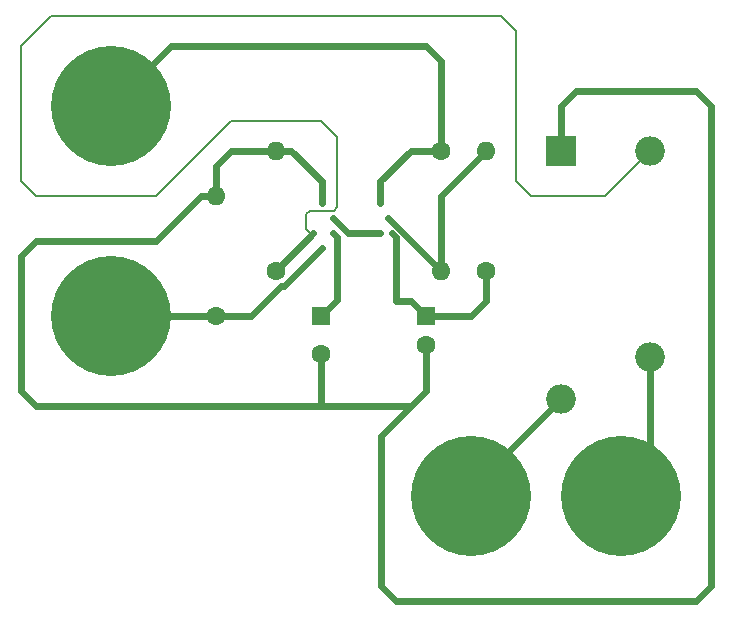
<source format=gbl>
%TF.GenerationSoftware,KiCad,Pcbnew,(5.1.9)-1*%
%TF.CreationDate,2021-03-21T23:44:43+05:30*%
%TF.ProjectId,Water Level Controller using 555,57617465-7220-44c6-9576-656c20436f6e,rev?*%
%TF.SameCoordinates,Original*%
%TF.FileFunction,Copper,L2,Bot*%
%TF.FilePolarity,Positive*%
%FSLAX46Y46*%
G04 Gerber Fmt 4.6, Leading zero omitted, Abs format (unit mm)*
G04 Created by KiCad (PCBNEW (5.1.9)-1) date 2021-03-21 23:44:43*
%MOMM*%
%LPD*%
G01*
G04 APERTURE LIST*
%TA.AperFunction,ComponentPad*%
%ADD10R,2.500000X2.500000*%
%TD*%
%TA.AperFunction,ComponentPad*%
%ADD11O,2.500000X2.500000*%
%TD*%
%TA.AperFunction,ComponentPad*%
%ADD12R,1.600000X1.600000*%
%TD*%
%TA.AperFunction,ComponentPad*%
%ADD13C,1.600000*%
%TD*%
%TA.AperFunction,ComponentPad*%
%ADD14C,10.160000*%
%TD*%
%TA.AperFunction,ComponentPad*%
%ADD15O,1.600000X1.600000*%
%TD*%
%TA.AperFunction,Conductor*%
%ADD16C,0.600000*%
%TD*%
%TA.AperFunction,Conductor*%
%ADD17C,0.200000*%
%TD*%
G04 APERTURE END LIST*
D10*
%TO.P,K1,1*%
%TO.N,GND*%
X156210000Y-64770000D03*
D11*
%TO.P,K1,3*%
%TO.N,Net-(J4-Pad1)*%
X156210000Y-85770000D03*
%TO.P,K1,5*%
%TO.N,Net-(J3-Pad1)*%
X163710000Y-82270000D03*
%TO.P,K1,6*%
%TO.N,Net-(BZ1-Pad1)*%
X163710000Y-64770000D03*
%TD*%
D12*
%TO.P,BZ1,1*%
%TO.N,Net-(BZ1-Pad1)*%
X135890000Y-78740000D03*
D13*
%TO.P,BZ1,2*%
%TO.N,GND*%
X135890000Y-81940000D03*
%TD*%
D12*
%TO.P,C1,1*%
%TO.N,Net-(C1-Pad1)*%
X144780000Y-78740000D03*
D13*
%TO.P,C1,2*%
%TO.N,GND*%
X144780000Y-81240000D03*
%TD*%
D14*
%TO.P,J1,1*%
%TO.N,+5V*%
X118110000Y-60960000D03*
%TD*%
%TO.P,J2,1*%
%TO.N,Net-(J2-Pad1)*%
X118110000Y-78740000D03*
%TD*%
D13*
%TO.P,R1,1*%
%TO.N,Net-(J2-Pad1)*%
X127000000Y-78740000D03*
D15*
%TO.P,R1,2*%
%TO.N,GND*%
X127000000Y-68580000D03*
%TD*%
%TO.P,R2,2*%
%TO.N,Net-(R2-Pad2)*%
X146050000Y-74930000D03*
D13*
%TO.P,R2,1*%
%TO.N,+5V*%
X146050000Y-64770000D03*
%TD*%
%TO.P,R3,1*%
%TO.N,Net-(C1-Pad1)*%
X149860000Y-74930000D03*
D15*
%TO.P,R3,2*%
%TO.N,Net-(R2-Pad2)*%
X149860000Y-64770000D03*
%TD*%
%TO.P,R4,2*%
%TO.N,GND*%
X132080000Y-64770000D03*
D13*
%TO.P,R4,1*%
%TO.N,Net-(BZ1-Pad1)*%
X132080000Y-74930000D03*
%TD*%
D14*
%TO.P,J3,1*%
%TO.N,Net-(J3-Pad1)*%
X161290000Y-93980000D03*
%TD*%
%TO.P,J4,1*%
%TO.N,Net-(J4-Pad1)*%
X148590000Y-93980000D03*
%TD*%
D16*
%TO.N,Net-(BZ1-Pad1)*%
X132080000Y-74930000D02*
X135255000Y-71755000D01*
X137255010Y-72080010D02*
X136930000Y-71755000D01*
X137255010Y-77374990D02*
X137255010Y-72080010D01*
X135890000Y-78740000D02*
X137255010Y-77374990D01*
D17*
X134654990Y-71429990D02*
X134980000Y-71755000D01*
X134654990Y-70138242D02*
X134654990Y-71429990D01*
X134933242Y-69859990D02*
X134654990Y-70138242D01*
X136956778Y-69859990D02*
X134933242Y-69859990D01*
X137255010Y-69561758D02*
X136956778Y-69859990D01*
X137255010Y-63595010D02*
X137255010Y-69561758D01*
X163710000Y-64770000D02*
X159900000Y-68580000D01*
X159900000Y-68580000D02*
X153670000Y-68580000D01*
X153670000Y-68580000D02*
X152400000Y-67310000D01*
X152400000Y-67310000D02*
X152400000Y-54610000D01*
X152400000Y-54610000D02*
X151130000Y-53340000D01*
X151130000Y-53340000D02*
X113030000Y-53340000D01*
X113030000Y-53340000D02*
X110490000Y-55880000D01*
X110490000Y-55880000D02*
X110490000Y-67310000D01*
X110490000Y-67310000D02*
X111760000Y-68580000D01*
X111760000Y-68580000D02*
X121920000Y-68580000D01*
X121920000Y-68580000D02*
X128270000Y-62230000D01*
X128270000Y-62230000D02*
X135890000Y-62230000D01*
X135890000Y-62230000D02*
X137255010Y-63595010D01*
D16*
%TO.N,GND*%
X135955000Y-69215000D02*
X135955000Y-67375000D01*
X133350000Y-64770000D02*
X132080000Y-64770000D01*
X135955000Y-67375000D02*
X133350000Y-64770000D01*
X127000000Y-68580000D02*
X127000000Y-66040000D01*
X128270000Y-64770000D02*
X132080000Y-64770000D01*
X127000000Y-66040000D02*
X128270000Y-64770000D01*
X127000000Y-68580000D02*
X125730000Y-68580000D01*
X125730000Y-68580000D02*
X121920000Y-72390000D01*
X121920000Y-72390000D02*
X111760000Y-72390000D01*
X111760000Y-72390000D02*
X110490000Y-73660000D01*
X110490000Y-73660000D02*
X110490000Y-85090000D01*
X110490000Y-85090000D02*
X111760000Y-86360000D01*
X143510000Y-86360000D02*
X144780000Y-85090000D01*
X144780000Y-85090000D02*
X144780000Y-81240000D01*
X135890000Y-81940000D02*
X135890000Y-86360000D01*
X135890000Y-86360000D02*
X143510000Y-86360000D01*
X111760000Y-86360000D02*
X135890000Y-86360000D01*
X167640000Y-59690000D02*
X157480000Y-59690000D01*
X168910000Y-60960000D02*
X167640000Y-59690000D01*
X168910000Y-101600000D02*
X168910000Y-60960000D01*
X167640000Y-102870000D02*
X168910000Y-101600000D01*
X142240000Y-102870000D02*
X167640000Y-102870000D01*
X140970000Y-101600000D02*
X142240000Y-102870000D01*
X156210000Y-60960000D02*
X156210000Y-64770000D01*
X140970000Y-88900000D02*
X140970000Y-101600000D01*
X157480000Y-59690000D02*
X156210000Y-60960000D01*
X143510000Y-86360000D02*
X140970000Y-88900000D01*
%TO.N,Net-(C1-Pad1)*%
X144780000Y-78740000D02*
X148590000Y-78740000D01*
X149860000Y-77470000D02*
X149860000Y-74930000D01*
X148590000Y-78740000D02*
X149860000Y-77470000D01*
X141880000Y-71755000D02*
X142240000Y-72115000D01*
X142240000Y-72115000D02*
X142240000Y-77470000D01*
X143510000Y-77470000D02*
X144780000Y-78740000D01*
X142240000Y-77470000D02*
X143510000Y-77470000D01*
X138200000Y-71755000D02*
X140905000Y-71755000D01*
X136930000Y-70485000D02*
X138200000Y-71755000D01*
%TO.N,+5V*%
X140905000Y-69215000D02*
X140905000Y-67375000D01*
X140905000Y-67375000D02*
X143510000Y-64770000D01*
X143510000Y-64770000D02*
X146050000Y-64770000D01*
X118110000Y-60960000D02*
X123190000Y-55880000D01*
X123190000Y-55880000D02*
X144780000Y-55880000D01*
X146050000Y-57150000D02*
X146050000Y-64770000D01*
X144780000Y-55880000D02*
X146050000Y-57150000D01*
%TO.N,Net-(J2-Pad1)*%
X118110000Y-78740000D02*
X127000000Y-78740000D01*
X129935002Y-78740000D02*
X132475002Y-76200000D01*
X127000000Y-78740000D02*
X129935002Y-78740000D01*
X132780000Y-76200000D02*
X135955000Y-73025000D01*
X132475002Y-76200000D02*
X132780000Y-76200000D01*
%TO.N,Net-(R2-Pad2)*%
X141605000Y-70485000D02*
X146050000Y-74930000D01*
X146050000Y-68580000D02*
X149860000Y-64770000D01*
X146050000Y-74930000D02*
X146050000Y-68580000D01*
%TO.N,Net-(J3-Pad1)*%
X163710000Y-82270000D02*
X163710000Y-91560000D01*
%TO.N,Net-(J4-Pad1)*%
X156210000Y-85770000D02*
X148590000Y-93390000D01*
%TD*%
M02*

</source>
